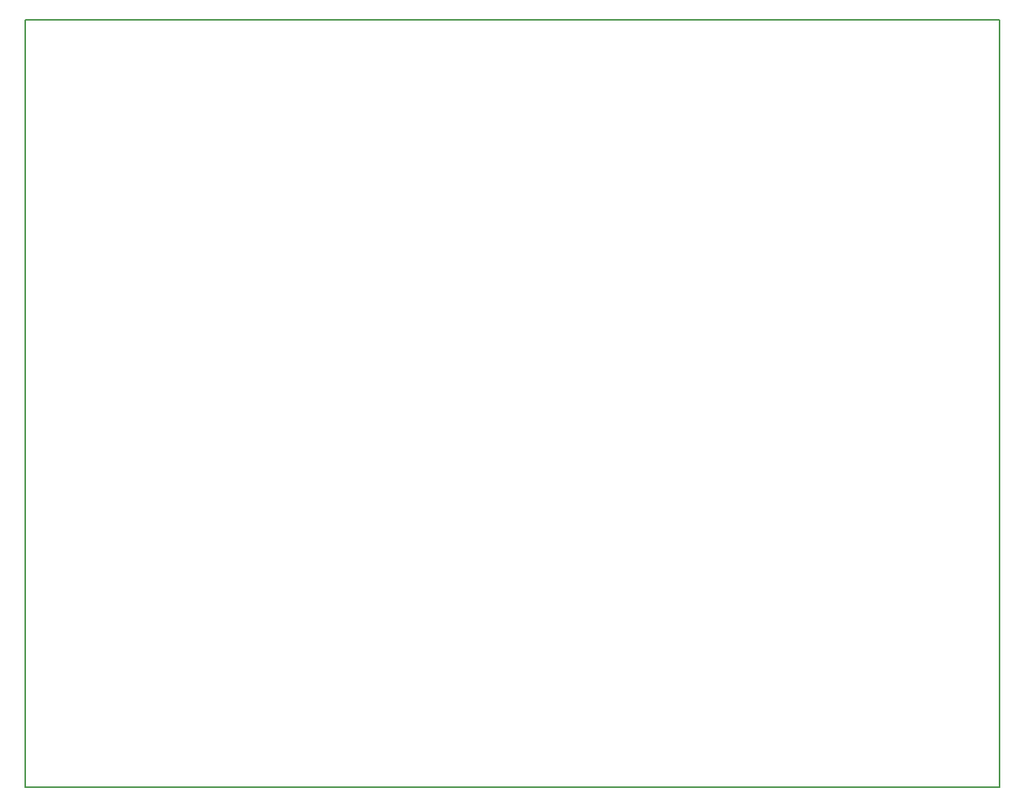
<source format=gko>
%FSLAX25Y25*%
%MOIN*%
G70*
G01*
G75*
G04 Layer_Color=16711935*
%ADD10R,0.09449X0.07087*%
%ADD11O,0.02756X0.09843*%
%ADD12R,0.03937X0.11417*%
%ADD13R,0.40945X0.31496*%
%ADD14R,0.05512X0.04724*%
%ADD15R,0.04724X0.05512*%
%ADD16R,0.21654X0.23228*%
%ADD17R,0.03543X0.07087*%
%ADD18R,0.04528X0.02362*%
%ADD19R,0.06693X0.06693*%
%ADD20R,0.09252X0.20276*%
%ADD21R,0.07992X0.08976*%
%ADD22R,0.09843X0.05512*%
%ADD23R,0.06693X0.06693*%
%ADD24R,0.19685X0.31496*%
%ADD25R,0.09449X0.03937*%
%ADD26R,0.09449X0.12992*%
%ADD27R,0.08465X0.11221*%
G04:AMPARAMS|DCode=28|XSize=11.81mil|YSize=59.06mil|CornerRadius=2.95mil|HoleSize=0mil|Usage=FLASHONLY|Rotation=90.000|XOffset=0mil|YOffset=0mil|HoleType=Round|Shape=RoundedRectangle|*
%AMROUNDEDRECTD28*
21,1,0.01181,0.05315,0,0,90.0*
21,1,0.00591,0.05906,0,0,90.0*
1,1,0.00591,0.02658,0.00295*
1,1,0.00591,0.02658,-0.00295*
1,1,0.00591,-0.02658,-0.00295*
1,1,0.00591,-0.02658,0.00295*
%
%ADD28ROUNDEDRECTD28*%
G04:AMPARAMS|DCode=29|XSize=11.81mil|YSize=59.06mil|CornerRadius=2.95mil|HoleSize=0mil|Usage=FLASHONLY|Rotation=180.000|XOffset=0mil|YOffset=0mil|HoleType=Round|Shape=RoundedRectangle|*
%AMROUNDEDRECTD29*
21,1,0.01181,0.05315,0,0,180.0*
21,1,0.00591,0.05906,0,0,180.0*
1,1,0.00591,-0.00295,0.02658*
1,1,0.00591,0.00295,0.02658*
1,1,0.00591,0.00295,-0.02658*
1,1,0.00591,-0.00295,-0.02658*
%
%ADD29ROUNDEDRECTD29*%
%ADD30R,0.07874X0.03150*%
%ADD31R,0.07874X0.02992*%
%ADD32O,0.06102X0.00984*%
%ADD33O,0.00984X0.06102*%
%ADD34O,0.08858X0.02362*%
%ADD35O,0.09843X0.02756*%
%ADD36R,0.07284X0.16339*%
%ADD37R,0.02362X0.04528*%
%ADD38R,0.20276X0.09252*%
G04:AMPARAMS|DCode=39|XSize=25.59mil|YSize=64.96mil|CornerRadius=1.92mil|HoleSize=0mil|Usage=FLASHONLY|Rotation=0.000|XOffset=0mil|YOffset=0mil|HoleType=Round|Shape=RoundedRectangle|*
%AMROUNDEDRECTD39*
21,1,0.02559,0.06112,0,0,0.0*
21,1,0.02175,0.06496,0,0,0.0*
1,1,0.00384,0.01088,-0.03056*
1,1,0.00384,-0.01088,-0.03056*
1,1,0.00384,-0.01088,0.03056*
1,1,0.00384,0.01088,0.03056*
%
%ADD39ROUNDEDRECTD39*%
%ADD40C,0.01000*%
%ADD41C,0.04000*%
%ADD42C,0.02000*%
%ADD43C,0.10000*%
%ADD44C,0.12000*%
%ADD45C,0.07874*%
%ADD46O,0.07874X0.03937*%
%ADD47O,0.07874X0.03937*%
%ADD48C,0.10000*%
%ADD49C,0.05906*%
%ADD50R,0.05906X0.05906*%
%ADD51C,0.06299*%
%ADD52C,0.11000*%
%ADD53C,0.15748*%
%ADD54R,0.07284X0.07284*%
%ADD55C,0.07284*%
%ADD56R,0.07874X0.07874*%
%ADD57C,0.11811*%
%ADD58C,0.01500*%
%ADD59C,0.01600*%
%ADD60C,0.03500*%
%ADD61C,0.06000*%
%ADD62C,0.03000*%
%ADD63C,0.07000*%
%ADD64R,0.02165X0.03543*%
%ADD65C,0.00984*%
%ADD66C,0.00787*%
%ADD67C,0.01969*%
%ADD68C,0.02362*%
%ADD69C,0.00800*%
%ADD70C,0.00600*%
%ADD71R,0.10249X0.07887*%
%ADD72O,0.03556X0.10642*%
%ADD73R,0.04737X0.12217*%
%ADD74R,0.41745X0.32296*%
%ADD75R,0.06312X0.05524*%
%ADD76R,0.05524X0.06312*%
%ADD77R,0.22453X0.24028*%
%ADD78R,0.04343X0.07887*%
%ADD79R,0.05328X0.03162*%
%ADD80R,0.07493X0.07493*%
%ADD81R,0.10052X0.21076*%
%ADD82R,0.08792X0.09776*%
%ADD83R,0.10642X0.06312*%
%ADD84R,0.07493X0.07493*%
%ADD85R,0.20485X0.32296*%
%ADD86R,0.10249X0.04737*%
%ADD87R,0.10249X0.13792*%
%ADD88R,0.09265X0.12020*%
G04:AMPARAMS|DCode=89|XSize=19.81mil|YSize=67.06mil|CornerRadius=6.95mil|HoleSize=0mil|Usage=FLASHONLY|Rotation=90.000|XOffset=0mil|YOffset=0mil|HoleType=Round|Shape=RoundedRectangle|*
%AMROUNDEDRECTD89*
21,1,0.01981,0.05315,0,0,90.0*
21,1,0.00591,0.06706,0,0,90.0*
1,1,0.01391,0.02658,0.00295*
1,1,0.01391,0.02658,-0.00295*
1,1,0.01391,-0.02658,-0.00295*
1,1,0.01391,-0.02658,0.00295*
%
%ADD89ROUNDEDRECTD89*%
G04:AMPARAMS|DCode=90|XSize=19.81mil|YSize=67.06mil|CornerRadius=6.95mil|HoleSize=0mil|Usage=FLASHONLY|Rotation=180.000|XOffset=0mil|YOffset=0mil|HoleType=Round|Shape=RoundedRectangle|*
%AMROUNDEDRECTD90*
21,1,0.01981,0.05315,0,0,180.0*
21,1,0.00591,0.06706,0,0,180.0*
1,1,0.01391,-0.00295,0.02658*
1,1,0.01391,0.00295,0.02658*
1,1,0.01391,0.00295,-0.02658*
1,1,0.01391,-0.00295,-0.02658*
%
%ADD90ROUNDEDRECTD90*%
%ADD91R,0.08674X0.03950*%
%ADD92R,0.08674X0.03792*%
%ADD93O,0.06902X0.01784*%
%ADD94O,0.01784X0.06902*%
%ADD95O,0.09658X0.03162*%
%ADD96O,0.10642X0.03556*%
%ADD97R,0.08083X0.17139*%
%ADD98R,0.03162X0.05328*%
%ADD99R,0.21076X0.10052*%
G04:AMPARAMS|DCode=100|XSize=33.59mil|YSize=72.96mil|CornerRadius=5.92mil|HoleSize=0mil|Usage=FLASHONLY|Rotation=0.000|XOffset=0mil|YOffset=0mil|HoleType=Round|Shape=RoundedRectangle|*
%AMROUNDEDRECTD100*
21,1,0.03359,0.06112,0,0,0.0*
21,1,0.02175,0.07296,0,0,0.0*
1,1,0.01184,0.01088,-0.03056*
1,1,0.01184,-0.01088,-0.03056*
1,1,0.01184,-0.01088,0.03056*
1,1,0.01184,0.01088,0.03056*
%
%ADD100ROUNDEDRECTD100*%
%ADD101C,0.08674*%
%ADD102O,0.08674X0.04737*%
%ADD103O,0.08674X0.04737*%
%ADD104C,0.10800*%
%ADD105C,0.06706*%
%ADD106R,0.06706X0.06706*%
%ADD107C,0.07099*%
%ADD108C,0.11800*%
%ADD109C,0.16548*%
%ADD110R,0.08083X0.08083*%
%ADD111C,0.08083*%
%ADD112R,0.08674X0.08674*%
%ADD113C,0.12611*%
%ADD114R,0.02965X0.04343*%
%ADD115C,0.00394*%
D70*
X0Y-335000D02*
Y0D01*
Y-335000D02*
X425000D01*
Y0D01*
X0D02*
X425000D01*
M02*

</source>
